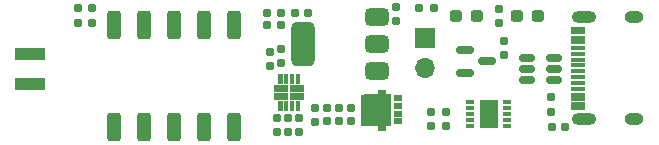
<source format=gbr>
%TF.GenerationSoftware,KiCad,Pcbnew,9.0.0*%
%TF.CreationDate,2025-04-21T19:14:20+02:00*%
%TF.ProjectId,HUSB238_3.3V_Version,48555342-3233-4385-9f33-2e33565f5665,rev?*%
%TF.SameCoordinates,Original*%
%TF.FileFunction,Soldermask,Top*%
%TF.FilePolarity,Negative*%
%FSLAX46Y46*%
G04 Gerber Fmt 4.6, Leading zero omitted, Abs format (unit mm)*
G04 Created by KiCad (PCBNEW 9.0.0) date 2025-04-21 19:14:20*
%MOMM*%
%LPD*%
G01*
G04 APERTURE LIST*
G04 Aperture macros list*
%AMRoundRect*
0 Rectangle with rounded corners*
0 $1 Rounding radius*
0 $2 $3 $4 $5 $6 $7 $8 $9 X,Y pos of 4 corners*
0 Add a 4 corners polygon primitive as box body*
4,1,4,$2,$3,$4,$5,$6,$7,$8,$9,$2,$3,0*
0 Add four circle primitives for the rounded corners*
1,1,$1+$1,$2,$3*
1,1,$1+$1,$4,$5*
1,1,$1+$1,$6,$7*
1,1,$1+$1,$8,$9*
0 Add four rect primitives between the rounded corners*
20,1,$1+$1,$2,$3,$4,$5,0*
20,1,$1+$1,$4,$5,$6,$7,0*
20,1,$1+$1,$6,$7,$8,$9,0*
20,1,$1+$1,$8,$9,$2,$3,0*%
G04 Aperture macros list end*
%ADD10C,0.010000*%
%ADD11RoundRect,0.155000X0.155000X-0.212500X0.155000X0.212500X-0.155000X0.212500X-0.155000X-0.212500X0*%
%ADD12R,0.650000X0.300000*%
%ADD13R,1.550000X2.480000*%
%ADD14RoundRect,0.160000X0.197500X0.160000X-0.197500X0.160000X-0.197500X-0.160000X0.197500X-0.160000X0*%
%ADD15RoundRect,0.160000X0.160000X-0.197500X0.160000X0.197500X-0.160000X0.197500X-0.160000X-0.197500X0*%
%ADD16RoundRect,0.150000X-0.512500X-0.150000X0.512500X-0.150000X0.512500X0.150000X-0.512500X0.150000X0*%
%ADD17RoundRect,0.155000X-0.155000X0.212500X-0.155000X-0.212500X0.155000X-0.212500X0.155000X0.212500X0*%
%ADD18RoundRect,0.160000X-0.160000X0.197500X-0.160000X-0.197500X0.160000X-0.197500X0.160000X0.197500X0*%
%ADD19RoundRect,0.150000X-0.587500X-0.150000X0.587500X-0.150000X0.587500X0.150000X-0.587500X0.150000X0*%
%ADD20R,1.150000X0.300000*%
%ADD21O,2.100000X1.000000*%
%ADD22O,1.600000X1.000000*%
%ADD23RoundRect,0.237500X0.287500X0.237500X-0.287500X0.237500X-0.287500X-0.237500X0.287500X-0.237500X0*%
%ADD24RoundRect,0.160000X-0.197500X-0.160000X0.197500X-0.160000X0.197500X0.160000X-0.197500X0.160000X0*%
%ADD25RoundRect,0.155000X-0.212500X-0.155000X0.212500X-0.155000X0.212500X0.155000X-0.212500X0.155000X0*%
%ADD26RoundRect,0.375000X0.625000X0.375000X-0.625000X0.375000X-0.625000X-0.375000X0.625000X-0.375000X0*%
%ADD27RoundRect,0.500000X0.500000X1.400000X-0.500000X1.400000X-0.500000X-1.400000X0.500000X-1.400000X0*%
%ADD28RoundRect,0.237500X-0.287500X-0.237500X0.287500X-0.237500X0.287500X0.237500X-0.287500X0.237500X0*%
%ADD29RoundRect,0.250000X0.310000X-0.970000X0.310000X0.970000X-0.310000X0.970000X-0.310000X-0.970000X0*%
%ADD30RoundRect,0.155000X0.212500X0.155000X-0.212500X0.155000X-0.212500X-0.155000X0.212500X-0.155000X0*%
%ADD31RoundRect,0.102000X0.250000X0.175000X-0.250000X0.175000X-0.250000X-0.175000X0.250000X-0.175000X0*%
%ADD32R,2.500000X1.000000*%
%ADD33R,1.700000X1.700000*%
%ADD34O,1.700000X1.700000*%
G04 APERTURE END LIST*
D10*
%TO.C,U1*%
X131360000Y-114900000D02*
X130210000Y-114900000D01*
X130210000Y-114400000D01*
X131360000Y-114400000D01*
X131360000Y-114900000D01*
G36*
X131360000Y-114900000D02*
G01*
X130210000Y-114900000D01*
X130210000Y-114400000D01*
X131360000Y-114400000D01*
X131360000Y-114900000D01*
G37*
X131360000Y-115600000D02*
X130210000Y-115600000D01*
X130210000Y-115100000D01*
X131360000Y-115100000D01*
X131360000Y-115600000D01*
G36*
X131360000Y-115600000D02*
G01*
X130210000Y-115600000D01*
X130210000Y-115100000D01*
X131360000Y-115100000D01*
X131360000Y-115600000D01*
G37*
X130860000Y-114200000D02*
X130560000Y-114200000D01*
X130560000Y-113500000D01*
X130860000Y-113500000D01*
X130860000Y-114200000D01*
G36*
X130860000Y-114200000D02*
G01*
X130560000Y-114200000D01*
X130560000Y-113500000D01*
X130860000Y-113500000D01*
X130860000Y-114200000D01*
G37*
X130860000Y-116500000D02*
X130560000Y-116500000D01*
X130560000Y-115800000D01*
X130860000Y-115800000D01*
X130860000Y-116500000D01*
G36*
X130860000Y-116500000D02*
G01*
X130560000Y-116500000D01*
X130560000Y-115800000D01*
X130860000Y-115800000D01*
X130860000Y-116500000D01*
G37*
X131360000Y-114200000D02*
X131060000Y-114200000D01*
X131060000Y-113500000D01*
X131360000Y-113500000D01*
X131360000Y-114200000D01*
G36*
X131360000Y-114200000D02*
G01*
X131060000Y-114200000D01*
X131060000Y-113500000D01*
X131360000Y-113500000D01*
X131360000Y-114200000D01*
G37*
X131360000Y-116500000D02*
X131060000Y-116500000D01*
X131060000Y-115800000D01*
X131360000Y-115800000D01*
X131360000Y-116500000D01*
G36*
X131360000Y-116500000D02*
G01*
X131060000Y-116500000D01*
X131060000Y-115800000D01*
X131360000Y-115800000D01*
X131360000Y-116500000D01*
G37*
X131860000Y-114200000D02*
X131560000Y-114200000D01*
X131560000Y-113500000D01*
X131860000Y-113500000D01*
X131860000Y-114200000D01*
G36*
X131860000Y-114200000D02*
G01*
X131560000Y-114200000D01*
X131560000Y-113500000D01*
X131860000Y-113500000D01*
X131860000Y-114200000D01*
G37*
X132710000Y-114900000D02*
X131560000Y-114900000D01*
X131560000Y-114400000D01*
X132710000Y-114400000D01*
X132710000Y-114900000D01*
G36*
X132710000Y-114900000D02*
G01*
X131560000Y-114900000D01*
X131560000Y-114400000D01*
X132710000Y-114400000D01*
X132710000Y-114900000D01*
G37*
X132710000Y-115600000D02*
X131560000Y-115600000D01*
X131560000Y-115100000D01*
X132710000Y-115100000D01*
X132710000Y-115600000D01*
G36*
X132710000Y-115600000D02*
G01*
X131560000Y-115600000D01*
X131560000Y-115100000D01*
X132710000Y-115100000D01*
X132710000Y-115600000D01*
G37*
X131860000Y-116500000D02*
X131560000Y-116500000D01*
X131560000Y-115800000D01*
X131860000Y-115800000D01*
X131860000Y-116500000D01*
G36*
X131860000Y-116500000D02*
G01*
X131560000Y-116500000D01*
X131560000Y-115800000D01*
X131860000Y-115800000D01*
X131860000Y-116500000D01*
G37*
X132360000Y-114200000D02*
X132060000Y-114200000D01*
X132060000Y-113500000D01*
X132360000Y-113500000D01*
X132360000Y-114200000D01*
G36*
X132360000Y-114200000D02*
G01*
X132060000Y-114200000D01*
X132060000Y-113500000D01*
X132360000Y-113500000D01*
X132360000Y-114200000D01*
G37*
X132360000Y-116500000D02*
X132060000Y-116500000D01*
X132060000Y-115800000D01*
X132360000Y-115800000D01*
X132360000Y-116500000D01*
G36*
X132360000Y-116500000D02*
G01*
X132060000Y-116500000D01*
X132060000Y-115800000D01*
X132360000Y-115800000D01*
X132360000Y-116500000D01*
G37*
%TO.C,Q2*%
X139620750Y-115175000D02*
X140035750Y-115175000D01*
X140035750Y-117825000D01*
X139620750Y-117825000D01*
X139620750Y-118205000D01*
X138990750Y-118205000D01*
X138990750Y-117825000D01*
X137855750Y-117825000D01*
X137855750Y-117775000D01*
X137555750Y-117775000D01*
X137555750Y-115225000D01*
X137855750Y-115225000D01*
X137855750Y-115175000D01*
X138990750Y-115175000D01*
X138990750Y-114795000D01*
X139620750Y-114795000D01*
X139620750Y-115175000D01*
G36*
X139620750Y-115175000D02*
G01*
X140035750Y-115175000D01*
X140035750Y-117825000D01*
X139620750Y-117825000D01*
X139620750Y-118205000D01*
X138990750Y-118205000D01*
X138990750Y-117825000D01*
X137855750Y-117825000D01*
X137855750Y-117775000D01*
X137555750Y-117775000D01*
X137555750Y-115225000D01*
X137855750Y-115225000D01*
X137855750Y-115175000D01*
X138990750Y-115175000D01*
X138990750Y-114795000D01*
X139620750Y-114795000D01*
X139620750Y-115175000D01*
G37*
%TD*%
D11*
%TO.C,C5*%
X136780750Y-117490000D03*
X136780750Y-116355000D03*
%TD*%
D12*
%TO.C,U3*%
X149943250Y-117877500D03*
X149943250Y-117377500D03*
X149943250Y-116877500D03*
X149943250Y-116377500D03*
X149943250Y-115877500D03*
X146843250Y-115877500D03*
X146843250Y-116377500D03*
X146843250Y-116877500D03*
X146843250Y-117377500D03*
X146843250Y-117877500D03*
D13*
X148393250Y-116877500D03*
%TD*%
D11*
%TO.C,C4*%
X134725000Y-117487500D03*
X134725000Y-116352500D03*
%TD*%
D14*
%TO.C,R25*%
X143733250Y-107905000D03*
X142538250Y-107905000D03*
%TD*%
D15*
%TO.C,R28*%
X130470000Y-118395000D03*
X130470000Y-117200000D03*
%TD*%
%TO.C,R12*%
X153710000Y-116657500D03*
X153710000Y-115462500D03*
%TD*%
D16*
%TO.C,U4*%
X151630750Y-112125000D03*
X151630750Y-113075000D03*
X151630750Y-114025000D03*
X153905750Y-114025000D03*
X153905750Y-113075000D03*
X153905750Y-112125000D03*
%TD*%
D17*
%TO.C,C12*%
X129840000Y-111630000D03*
X129840000Y-112765000D03*
%TD*%
D18*
%TO.C,R27*%
X131420000Y-117200000D03*
X131420000Y-118395000D03*
%TD*%
D11*
%TO.C,C10*%
X149680000Y-111835000D03*
X149680000Y-110700000D03*
%TD*%
D15*
%TO.C,R13*%
X144743250Y-117872500D03*
X144743250Y-116677500D03*
%TD*%
D19*
%TO.C,Q9*%
X146355000Y-111460000D03*
X146355000Y-113360000D03*
X148230000Y-112410000D03*
%TD*%
D20*
%TO.C,J9*%
X155940750Y-116355000D03*
X155940750Y-115555000D03*
X155940750Y-114255000D03*
X155940750Y-113255000D03*
X155940750Y-112755000D03*
X155940750Y-111755000D03*
X155940750Y-110455000D03*
X155940750Y-109655000D03*
X155940750Y-109955000D03*
X155940750Y-110755000D03*
X155940750Y-111255000D03*
X155940750Y-112255000D03*
X155940750Y-113755000D03*
X155940750Y-114755000D03*
X155940750Y-115255000D03*
X155940750Y-116055000D03*
D21*
X156505750Y-117325000D03*
D22*
X160685750Y-117325000D03*
D21*
X156505750Y-108685000D03*
D22*
X160685750Y-108685000D03*
%TD*%
D14*
%TO.C,R18*%
X130847500Y-108300000D03*
X129652500Y-108300000D03*
%TD*%
D15*
%TO.C,R29*%
X133675000Y-117520000D03*
X133675000Y-116325000D03*
%TD*%
D23*
%TO.C,D8*%
X147380750Y-108575000D03*
X145630750Y-108575000D03*
%TD*%
D18*
%TO.C,R14*%
X143543250Y-116677500D03*
X143543250Y-117872500D03*
%TD*%
%TO.C,R22*%
X149305750Y-107975000D03*
X149305750Y-109170000D03*
%TD*%
D24*
%TO.C,R16*%
X113602500Y-107850000D03*
X114797500Y-107850000D03*
%TD*%
D11*
%TO.C,C6*%
X135750000Y-117490000D03*
X135750000Y-116355000D03*
%TD*%
D25*
%TO.C,C9*%
X131962500Y-108300000D03*
X133097500Y-108300000D03*
%TD*%
D26*
%TO.C,U2*%
X138950000Y-113210000D03*
X138950000Y-110910000D03*
D27*
X132650000Y-110910000D03*
D26*
X138950000Y-108610000D03*
%TD*%
D28*
%TO.C,D7*%
X150830750Y-108575000D03*
X152580750Y-108575000D03*
%TD*%
D29*
%TO.C,SW1*%
X116635750Y-117975000D03*
X119175750Y-117975000D03*
X121715750Y-117975000D03*
X124255750Y-117975000D03*
X126795750Y-117975000D03*
X126795750Y-109365000D03*
X124255750Y-109365000D03*
X121715750Y-109365000D03*
X119175750Y-109365000D03*
X116635750Y-109365000D03*
%TD*%
D14*
%TO.C,R31*%
X114797500Y-109150000D03*
X113602500Y-109150000D03*
%TD*%
D30*
%TO.C,C3*%
X154890000Y-117950000D03*
X153755000Y-117950000D03*
%TD*%
D31*
%TO.C,Q2*%
X140705750Y-117475000D03*
X140705750Y-116825000D03*
X140705750Y-116175000D03*
X140705750Y-115525000D03*
%TD*%
D17*
%TO.C,C11*%
X140550000Y-107825000D03*
X140550000Y-108960000D03*
%TD*%
D32*
%TO.C,J4*%
X109600000Y-111820000D03*
X109600000Y-114360000D03*
%TD*%
D15*
%TO.C,R30*%
X132360000Y-118395000D03*
X132360000Y-117200000D03*
%TD*%
%TO.C,R26*%
X130820000Y-112585000D03*
X130820000Y-111390000D03*
%TD*%
D33*
%TO.C,N21*%
X142975750Y-110425000D03*
D34*
X142975750Y-112965000D03*
%TD*%
D14*
%TO.C,R15*%
X130847500Y-109300000D03*
X129652500Y-109300000D03*
%TD*%
M02*

</source>
